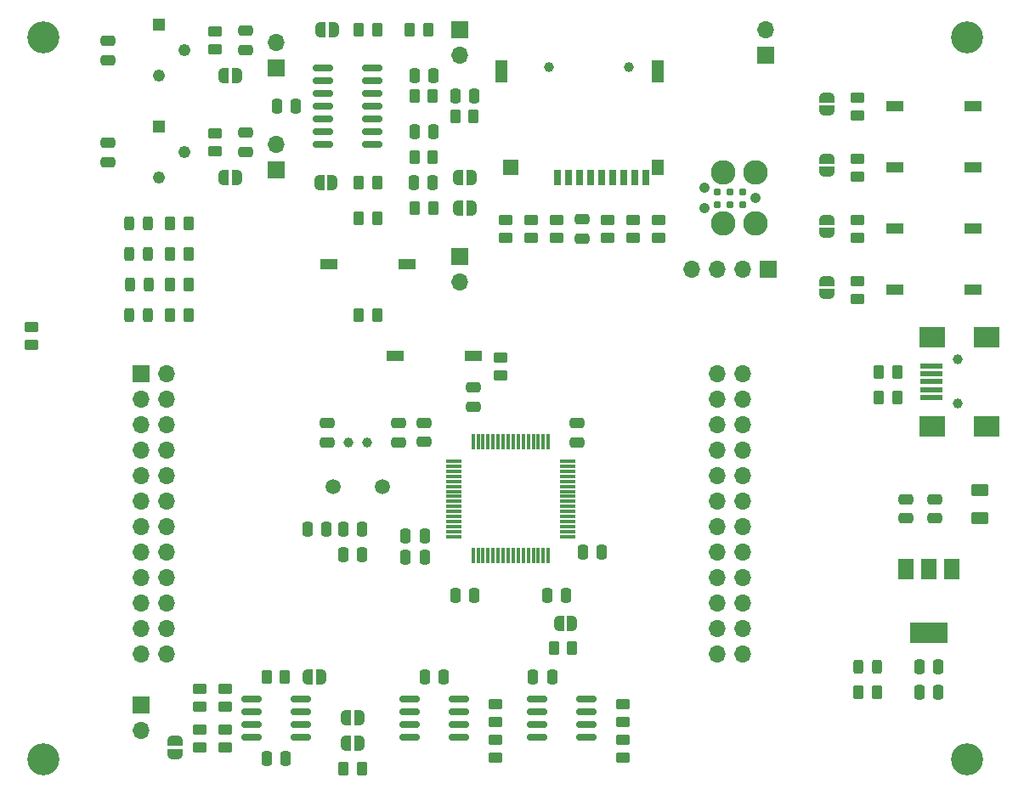
<source format=gbr>
%TF.GenerationSoftware,KiCad,Pcbnew,(6.0.7)*%
%TF.CreationDate,2022-10-04T16:49:08-03:00*%
%TF.ProjectId,Placa_Desenvolvimento_NuttX,506c6163-615f-4446-9573-656e766f6c76,rev?*%
%TF.SameCoordinates,Original*%
%TF.FileFunction,Soldermask,Top*%
%TF.FilePolarity,Negative*%
%FSLAX46Y46*%
G04 Gerber Fmt 4.6, Leading zero omitted, Abs format (unit mm)*
G04 Created by KiCad (PCBNEW (6.0.7)) date 2022-10-04 16:49:08*
%MOMM*%
%LPD*%
G01*
G04 APERTURE LIST*
G04 Aperture macros list*
%AMRoundRect*
0 Rectangle with rounded corners*
0 $1 Rounding radius*
0 $2 $3 $4 $5 $6 $7 $8 $9 X,Y pos of 4 corners*
0 Add a 4 corners polygon primitive as box body*
4,1,4,$2,$3,$4,$5,$6,$7,$8,$9,$2,$3,0*
0 Add four circle primitives for the rounded corners*
1,1,$1+$1,$2,$3*
1,1,$1+$1,$4,$5*
1,1,$1+$1,$6,$7*
1,1,$1+$1,$8,$9*
0 Add four rect primitives between the rounded corners*
20,1,$1+$1,$2,$3,$4,$5,0*
20,1,$1+$1,$4,$5,$6,$7,0*
20,1,$1+$1,$6,$7,$8,$9,0*
20,1,$1+$1,$8,$9,$2,$3,0*%
%AMFreePoly0*
4,1,22,0.500000,-0.750000,0.000000,-0.750000,0.000000,-0.745033,-0.079941,-0.743568,-0.215256,-0.701293,-0.333266,-0.622738,-0.424486,-0.514219,-0.481581,-0.384460,-0.499164,-0.250000,-0.500000,-0.250000,-0.500000,0.250000,-0.499164,0.250000,-0.499963,0.256109,-0.478152,0.396186,-0.417904,0.524511,-0.324060,0.630769,-0.204165,0.706417,-0.067858,0.745374,0.000000,0.744959,0.000000,0.750000,
0.500000,0.750000,0.500000,-0.750000,0.500000,-0.750000,$1*%
%AMFreePoly1*
4,1,20,0.000000,0.744959,0.073905,0.744508,0.209726,0.703889,0.328688,0.626782,0.421226,0.519385,0.479903,0.390333,0.500000,0.250000,0.500000,-0.250000,0.499851,-0.262216,0.476331,-0.402017,0.414519,-0.529596,0.319384,-0.634700,0.198574,-0.708877,0.061801,-0.746166,0.000000,-0.745033,0.000000,-0.750000,-0.500000,-0.750000,-0.500000,0.750000,0.000000,0.750000,0.000000,0.744959,
0.000000,0.744959,$1*%
G04 Aperture macros list end*
%ADD10RoundRect,0.250000X0.475000X-0.250000X0.475000X0.250000X-0.475000X0.250000X-0.475000X-0.250000X0*%
%ADD11RoundRect,0.250000X0.262500X0.450000X-0.262500X0.450000X-0.262500X-0.450000X0.262500X-0.450000X0*%
%ADD12RoundRect,0.250000X-0.450000X0.262500X-0.450000X-0.262500X0.450000X-0.262500X0.450000X0.262500X0*%
%ADD13R,1.750000X1.000000*%
%ADD14RoundRect,0.250000X0.450000X-0.262500X0.450000X0.262500X-0.450000X0.262500X-0.450000X-0.262500X0*%
%ADD15C,3.200000*%
%ADD16RoundRect,0.250000X-0.250000X-0.475000X0.250000X-0.475000X0.250000X0.475000X-0.250000X0.475000X0*%
%ADD17FreePoly0,180.000000*%
%ADD18FreePoly1,180.000000*%
%ADD19RoundRect,0.150000X0.825000X0.150000X-0.825000X0.150000X-0.825000X-0.150000X0.825000X-0.150000X0*%
%ADD20RoundRect,0.250000X0.250000X0.475000X-0.250000X0.475000X-0.250000X-0.475000X0.250000X-0.475000X0*%
%ADD21FreePoly0,90.000000*%
%ADD22FreePoly1,90.000000*%
%ADD23R,1.500000X2.000000*%
%ADD24R,3.800000X2.000000*%
%ADD25R,1.700000X1.700000*%
%ADD26O,1.700000X1.700000*%
%ADD27R,1.222000X1.222000*%
%ADD28C,1.222000*%
%ADD29RoundRect,0.250000X-0.262500X-0.450000X0.262500X-0.450000X0.262500X0.450000X-0.262500X0.450000X0*%
%ADD30C,2.451000*%
%ADD31C,1.067000*%
%ADD32C,0.787000*%
%ADD33RoundRect,0.250000X-0.475000X0.250000X-0.475000X-0.250000X0.475000X-0.250000X0.475000X0.250000X0*%
%ADD34RoundRect,0.243750X-0.243750X-0.456250X0.243750X-0.456250X0.243750X0.456250X-0.243750X0.456250X0*%
%ADD35C,1.500000*%
%ADD36RoundRect,0.150000X-0.825000X-0.150000X0.825000X-0.150000X0.825000X0.150000X-0.825000X0.150000X0*%
%ADD37C,1.000000*%
%ADD38FreePoly0,0.000000*%
%ADD39FreePoly1,0.000000*%
%ADD40R,2.250000X0.500000*%
%ADD41R,2.500000X2.000000*%
%ADD42RoundRect,0.243750X0.243750X0.456250X-0.243750X0.456250X-0.243750X-0.456250X0.243750X-0.456250X0*%
%ADD43RoundRect,0.075000X-0.700000X-0.075000X0.700000X-0.075000X0.700000X0.075000X-0.700000X0.075000X0*%
%ADD44RoundRect,0.075000X-0.075000X-0.700000X0.075000X-0.700000X0.075000X0.700000X-0.075000X0.700000X0*%
%ADD45RoundRect,0.250000X-0.625000X0.375000X-0.625000X-0.375000X0.625000X-0.375000X0.625000X0.375000X0*%
%ADD46R,0.700000X1.600000*%
%ADD47R,1.200000X1.500000*%
%ADD48R,1.200000X2.200000*%
%ADD49R,1.600000X1.500000*%
G04 APERTURE END LIST*
D10*
%TO.C,C4*%
X157480000Y-107630000D03*
X157480000Y-105730000D03*
%TD*%
D11*
%TO.C,R15*%
X118788500Y-94996000D03*
X116963500Y-94996000D03*
%TD*%
D12*
%TO.C,R21*%
X149352000Y-133707500D03*
X149352000Y-135532500D03*
%TD*%
D13*
%TO.C,SW5*%
X196915000Y-80264000D03*
X189165000Y-80264000D03*
%TD*%
D14*
%TO.C,R20*%
X149352000Y-139088500D03*
X149352000Y-137263500D03*
%TD*%
D15*
%TO.C,H3*%
X196332000Y-67240000D03*
%TD*%
D16*
%TO.C,C29*%
X145354000Y-73152000D03*
X147254000Y-73152000D03*
%TD*%
D17*
%TO.C,JP11*%
X135778000Y-137668000D03*
D18*
X134478000Y-137668000D03*
%TD*%
D12*
%TO.C,R9*%
X163068000Y-85447500D03*
X163068000Y-87272500D03*
%TD*%
D17*
%TO.C,JP12*%
X131968000Y-131064000D03*
D18*
X130668000Y-131064000D03*
%TD*%
D11*
%TO.C,R33*%
X136040500Y-140208000D03*
X134215500Y-140208000D03*
%TD*%
D19*
%TO.C,U6*%
X158431000Y-137033000D03*
X158431000Y-135763000D03*
X158431000Y-134493000D03*
X158431000Y-133223000D03*
X153481000Y-133223000D03*
X153481000Y-134493000D03*
X153481000Y-135763000D03*
X153481000Y-137033000D03*
%TD*%
D14*
%TO.C,R19*%
X185420000Y-75080500D03*
X185420000Y-73255500D03*
%TD*%
D20*
%TO.C,C2*%
X147254000Y-122936000D03*
X145354000Y-122936000D03*
%TD*%
D16*
%TO.C,C30*%
X141290000Y-71120000D03*
X143190000Y-71120000D03*
%TD*%
D21*
%TO.C,JP1*%
X182372000Y-92843500D03*
D22*
X182372000Y-91543500D03*
%TD*%
D11*
%TO.C,R11*%
X187348500Y-132588000D03*
X185523500Y-132588000D03*
%TD*%
D12*
%TO.C,R8*%
X160528000Y-85447500D03*
X160528000Y-87272500D03*
%TD*%
D20*
%TO.C,C25*%
X143115000Y-81788000D03*
X141215000Y-81788000D03*
%TD*%
D12*
%TO.C,R32*%
X122428000Y-132183500D03*
X122428000Y-134008500D03*
%TD*%
D20*
%TO.C,C12*%
X142301000Y-116967000D03*
X140401000Y-116967000D03*
%TD*%
D23*
%TO.C,U1*%
X194832000Y-120294000D03*
X192532000Y-120294000D03*
D24*
X192532000Y-126594000D03*
D23*
X190232000Y-120294000D03*
%TD*%
D25*
%TO.C,CN7*%
X127508000Y-70363000D03*
D26*
X127508000Y-67823000D03*
%TD*%
D20*
%TO.C,C15*%
X136078000Y-116332000D03*
X134178000Y-116332000D03*
%TD*%
D12*
%TO.C,R24*%
X121412000Y-76811500D03*
X121412000Y-78636500D03*
%TD*%
D20*
%TO.C,C13*%
X142301000Y-119126000D03*
X140401000Y-119126000D03*
%TD*%
D14*
%TO.C,R17*%
X185420000Y-87272500D03*
X185420000Y-85447500D03*
%TD*%
D26*
%TO.C,CN2*%
X171445000Y-100833000D03*
X173985000Y-100833000D03*
X171445000Y-103373000D03*
X173985000Y-103373000D03*
X171445000Y-105913000D03*
X173985000Y-105913000D03*
X171445000Y-108453000D03*
X173985000Y-108453000D03*
X171445000Y-110993000D03*
X173985000Y-110993000D03*
X171445000Y-113533000D03*
X173985000Y-113533000D03*
X171445000Y-116073000D03*
X173985000Y-116073000D03*
X171445000Y-118613000D03*
X173985000Y-118613000D03*
X171445000Y-121153000D03*
X173985000Y-121153000D03*
X171445000Y-123693000D03*
X173985000Y-123693000D03*
X171445000Y-126233000D03*
X173985000Y-126233000D03*
X171445000Y-128773000D03*
X173985000Y-128773000D03*
%TD*%
D27*
%TO.C,VR1*%
X115824000Y-66040000D03*
D28*
X118364000Y-68580000D03*
X115824000Y-71120000D03*
%TD*%
D14*
%TO.C,R34*%
X119888000Y-134008500D03*
X119888000Y-132183500D03*
%TD*%
D13*
%TO.C,SW4*%
X196915000Y-86360000D03*
X189165000Y-86360000D03*
%TD*%
D20*
%TO.C,C24*%
X155001000Y-131064000D03*
X153101000Y-131064000D03*
%TD*%
D11*
%TO.C,R13*%
X118768500Y-88900000D03*
X116943500Y-88900000D03*
%TD*%
D10*
%TO.C,C6*%
X193101000Y-115192000D03*
X193101000Y-113292000D03*
%TD*%
D16*
%TO.C,C26*%
X141290000Y-76708000D03*
X143190000Y-76708000D03*
%TD*%
D29*
%TO.C,R31*%
X135739500Y-85344000D03*
X137564500Y-85344000D03*
%TD*%
D27*
%TO.C,VR2*%
X115824000Y-76200000D03*
D28*
X118364000Y-78740000D03*
X115824000Y-81280000D03*
%TD*%
D10*
%TO.C,C18*%
X132588000Y-107630000D03*
X132588000Y-105730000D03*
%TD*%
D14*
%TO.C,R25*%
X162052000Y-139088500D03*
X162052000Y-137263500D03*
%TD*%
D17*
%TO.C,JP14*%
X146954000Y-81280000D03*
D18*
X145654000Y-81280000D03*
%TD*%
D15*
%TO.C,H4*%
X196332000Y-139240000D03*
%TD*%
D11*
%TO.C,R3*%
X189380500Y-100650000D03*
X187555500Y-100650000D03*
%TD*%
D30*
%TO.C,CN5*%
X175260000Y-85852000D03*
D31*
X170180000Y-84328000D03*
X175260000Y-83312000D03*
D30*
X175260000Y-80772000D03*
X172085000Y-80772000D03*
X172085000Y-85852000D03*
D31*
X170180000Y-82296000D03*
D32*
X173990000Y-82677000D03*
X173990000Y-83947000D03*
X172720000Y-82677000D03*
X172720000Y-83947000D03*
X171450000Y-82677000D03*
X171450000Y-83947000D03*
%TD*%
D17*
%TO.C,JP10*%
X146954000Y-84328000D03*
D18*
X145654000Y-84328000D03*
%TD*%
D11*
%TO.C,R28*%
X137564500Y-81788000D03*
X135739500Y-81788000D03*
%TD*%
D16*
%TO.C,C9*%
X191582000Y-132588000D03*
X193482000Y-132588000D03*
%TD*%
D12*
%TO.C,R26*%
X162052000Y-133707500D03*
X162052000Y-135532500D03*
%TD*%
D13*
%TO.C,SW2*%
X140527000Y-89916000D03*
X132777000Y-89916000D03*
%TD*%
D12*
%TO.C,R7*%
X152908000Y-85447500D03*
X152908000Y-87272500D03*
%TD*%
D10*
%TO.C,C5*%
X147126000Y-104074000D03*
X147126000Y-102174000D03*
%TD*%
D14*
%TO.C,R41*%
X103124000Y-97940500D03*
X103124000Y-96115500D03*
%TD*%
D25*
%TO.C,CN6*%
X176520000Y-90424000D03*
D26*
X173980000Y-90424000D03*
X171440000Y-90424000D03*
X168900000Y-90424000D03*
%TD*%
D11*
%TO.C,R2*%
X189380500Y-103190000D03*
X187555500Y-103190000D03*
%TD*%
D33*
%TO.C,C16*%
X157988000Y-85410000D03*
X157988000Y-87310000D03*
%TD*%
D12*
%TO.C,R5*%
X165608000Y-85447500D03*
X165608000Y-87272500D03*
%TD*%
D34*
%TO.C,LD3*%
X112933000Y-91948000D03*
X114808000Y-91948000D03*
%TD*%
D16*
%TO.C,C28*%
X126558000Y-139192000D03*
X128458000Y-139192000D03*
%TD*%
D11*
%TO.C,R39*%
X128397000Y-131064000D03*
X126572000Y-131064000D03*
%TD*%
D25*
%TO.C,CN4*%
X114041000Y-100833000D03*
D26*
X116581000Y-100833000D03*
X114041000Y-103373000D03*
X116581000Y-103373000D03*
X114041000Y-105913000D03*
X116581000Y-105913000D03*
X114041000Y-108453000D03*
X116581000Y-108453000D03*
X114041000Y-110993000D03*
X116581000Y-110993000D03*
X114041000Y-113533000D03*
X116581000Y-113533000D03*
X114041000Y-116073000D03*
X116581000Y-116073000D03*
X114041000Y-118613000D03*
X116581000Y-118613000D03*
X114041000Y-121153000D03*
X116581000Y-121153000D03*
X114041000Y-123693000D03*
X116581000Y-123693000D03*
X114041000Y-126233000D03*
X116581000Y-126233000D03*
X114041000Y-128773000D03*
X116581000Y-128773000D03*
%TD*%
D35*
%TO.C,X1*%
X133186000Y-112034000D03*
X138066000Y-112034000D03*
%TD*%
D12*
%TO.C,R6*%
X150368000Y-85447500D03*
X150368000Y-87272500D03*
%TD*%
D11*
%TO.C,R12*%
X118768500Y-85852000D03*
X116943500Y-85852000D03*
%TD*%
%TO.C,R14*%
X118768500Y-91948000D03*
X116943500Y-91948000D03*
%TD*%
D29*
%TO.C,R37*%
X140819500Y-66548000D03*
X142644500Y-66548000D03*
%TD*%
D16*
%TO.C,C11*%
X154498000Y-122936000D03*
X156398000Y-122936000D03*
%TD*%
D36*
%TO.C,U4*%
X140781000Y-133223000D03*
X140781000Y-134493000D03*
X140781000Y-135763000D03*
X140781000Y-137033000D03*
X145731000Y-137033000D03*
X145731000Y-135763000D03*
X145731000Y-134493000D03*
X145731000Y-133223000D03*
%TD*%
D17*
%TO.C,JP6*%
X133238000Y-66548000D03*
D18*
X131938000Y-66548000D03*
%TD*%
D37*
%TO.C,X2*%
X136586000Y-107632000D03*
X134686000Y-107632000D03*
%TD*%
D10*
%TO.C,C1*%
X142240000Y-107609000D03*
X142240000Y-105709000D03*
%TD*%
D25*
%TO.C,CN10*%
X114046000Y-133853000D03*
D26*
X114046000Y-136393000D03*
%TD*%
D25*
%TO.C,CN8*%
X127508000Y-80523000D03*
D26*
X127508000Y-77983000D03*
%TD*%
D20*
%TO.C,C19*%
X144206000Y-131064000D03*
X142306000Y-131064000D03*
%TD*%
D29*
%TO.C,R27*%
X155170500Y-128143000D03*
X156995500Y-128143000D03*
%TD*%
D11*
%TO.C,R30*%
X143115000Y-79248000D03*
X141290000Y-79248000D03*
%TD*%
D21*
%TO.C,JP3*%
X182372000Y-80651500D03*
D22*
X182372000Y-79351500D03*
%TD*%
D10*
%TO.C,C17*%
X139700000Y-107630000D03*
X139700000Y-105730000D03*
%TD*%
D38*
%TO.C,JP5*%
X122286000Y-71120000D03*
D39*
X123586000Y-71120000D03*
%TD*%
D37*
%TO.C,CN1*%
X195430000Y-99400000D03*
X195430000Y-103800000D03*
D40*
X192755000Y-103200000D03*
X192755000Y-102400000D03*
X192755000Y-101600000D03*
X192755000Y-100800000D03*
X192755000Y-100000000D03*
D41*
X198330000Y-97150000D03*
X192880000Y-97150000D03*
X192880000Y-106050000D03*
X198330000Y-106050000D03*
%TD*%
D38*
%TO.C,JP7*%
X122286000Y-81280000D03*
D39*
X123586000Y-81280000D03*
%TD*%
D21*
%TO.C,JP4*%
X182372000Y-74555500D03*
D22*
X182372000Y-73255500D03*
%TD*%
D12*
%TO.C,R22*%
X121412000Y-66651500D03*
X121412000Y-68476500D03*
%TD*%
D15*
%TO.C,H1*%
X104332000Y-139240000D03*
%TD*%
D16*
%TO.C,C8*%
X191582000Y-130048000D03*
X193482000Y-130048000D03*
%TD*%
D34*
%TO.C,LD2*%
X112854500Y-88900000D03*
X114729500Y-88900000D03*
%TD*%
D17*
%TO.C,JP9*%
X156995500Y-125730000D03*
D18*
X155695500Y-125730000D03*
%TD*%
D14*
%TO.C,R4*%
X149860000Y-100988500D03*
X149860000Y-99163500D03*
%TD*%
D13*
%TO.C,SW3*%
X196915000Y-92456000D03*
X189165000Y-92456000D03*
%TD*%
D25*
%TO.C,CN12*%
X176276000Y-69088000D03*
D26*
X176276000Y-66548000D03*
%TD*%
D21*
%TO.C,JP2*%
X182372000Y-86747500D03*
D22*
X182372000Y-85447500D03*
%TD*%
D10*
%TO.C,C22*%
X110744000Y-79690000D03*
X110744000Y-77790000D03*
%TD*%
%TO.C,C21*%
X124460000Y-68514000D03*
X124460000Y-66614000D03*
%TD*%
D36*
%TO.C,U5*%
X132145000Y-70358000D03*
X132145000Y-71628000D03*
X132145000Y-72898000D03*
X132145000Y-74168000D03*
X132145000Y-75438000D03*
X132145000Y-76708000D03*
X132145000Y-77978000D03*
X137095000Y-77978000D03*
X137095000Y-76708000D03*
X137095000Y-75438000D03*
X137095000Y-74168000D03*
X137095000Y-72898000D03*
X137095000Y-71628000D03*
X137095000Y-70358000D03*
%TD*%
D16*
%TO.C,C10*%
X134178000Y-118872000D03*
X136078000Y-118872000D03*
%TD*%
D25*
%TO.C,CN9*%
X145796000Y-89149000D03*
D26*
X145796000Y-91689000D03*
%TD*%
D15*
%TO.C,H2*%
X104332000Y-67240000D03*
%TD*%
D11*
%TO.C,R1*%
X137564500Y-94996000D03*
X135739500Y-94996000D03*
%TD*%
D13*
%TO.C,SW6*%
X196915000Y-74168000D03*
X189165000Y-74168000D03*
%TD*%
D11*
%TO.C,R36*%
X143115000Y-73152000D03*
X141290000Y-73152000D03*
%TD*%
D14*
%TO.C,R16*%
X185420000Y-93368500D03*
X185420000Y-91543500D03*
%TD*%
D11*
%TO.C,R29*%
X143152500Y-84328000D03*
X141327500Y-84328000D03*
%TD*%
D25*
%TO.C,CN11*%
X145796000Y-66548000D03*
D26*
X145796000Y-69088000D03*
%TD*%
D20*
%TO.C,C14*%
X132522000Y-116332000D03*
X130622000Y-116332000D03*
%TD*%
D42*
%TO.C,LD5*%
X187398500Y-130048000D03*
X185523500Y-130048000D03*
%TD*%
D17*
%TO.C,JP8*%
X133096000Y-81788000D03*
D18*
X131796000Y-81788000D03*
%TD*%
D14*
%TO.C,R18*%
X185420000Y-81176500D03*
X185420000Y-79351500D03*
%TD*%
D11*
%TO.C,R35*%
X147179000Y-75184000D03*
X145354000Y-75184000D03*
%TD*%
D12*
%TO.C,R38*%
X119888000Y-136247500D03*
X119888000Y-138072500D03*
%TD*%
D43*
%TO.C,U3*%
X145201000Y-109534000D03*
X145201000Y-110034000D03*
X145201000Y-110534000D03*
X145201000Y-111034000D03*
X145201000Y-111534000D03*
X145201000Y-112034000D03*
X145201000Y-112534000D03*
X145201000Y-113034000D03*
X145201000Y-113534000D03*
X145201000Y-114034000D03*
X145201000Y-114534000D03*
X145201000Y-115034000D03*
X145201000Y-115534000D03*
X145201000Y-116034000D03*
X145201000Y-116534000D03*
X145201000Y-117034000D03*
D44*
X147126000Y-118959000D03*
X147626000Y-118959000D03*
X148126000Y-118959000D03*
X148626000Y-118959000D03*
X149126000Y-118959000D03*
X149626000Y-118959000D03*
X150126000Y-118959000D03*
X150626000Y-118959000D03*
X151126000Y-118959000D03*
X151626000Y-118959000D03*
X152126000Y-118959000D03*
X152626000Y-118959000D03*
X153126000Y-118959000D03*
X153626000Y-118959000D03*
X154126000Y-118959000D03*
X154626000Y-118959000D03*
D43*
X156551000Y-117034000D03*
X156551000Y-116534000D03*
X156551000Y-116034000D03*
X156551000Y-115534000D03*
X156551000Y-115034000D03*
X156551000Y-114534000D03*
X156551000Y-114034000D03*
X156551000Y-113534000D03*
X156551000Y-113034000D03*
X156551000Y-112534000D03*
X156551000Y-112034000D03*
X156551000Y-111534000D03*
X156551000Y-111034000D03*
X156551000Y-110534000D03*
X156551000Y-110034000D03*
X156551000Y-109534000D03*
D44*
X154626000Y-107609000D03*
X154126000Y-107609000D03*
X153626000Y-107609000D03*
X153126000Y-107609000D03*
X152626000Y-107609000D03*
X152126000Y-107609000D03*
X151626000Y-107609000D03*
X151126000Y-107609000D03*
X150626000Y-107609000D03*
X150126000Y-107609000D03*
X149626000Y-107609000D03*
X149126000Y-107609000D03*
X148626000Y-107609000D03*
X148126000Y-107609000D03*
X147626000Y-107609000D03*
X147126000Y-107609000D03*
%TD*%
D16*
%TO.C,C3*%
X158054000Y-118618000D03*
X159954000Y-118618000D03*
%TD*%
D17*
%TO.C,JP15*%
X135778000Y-135128000D03*
D18*
X134478000Y-135128000D03*
%TD*%
D34*
%TO.C,LD4*%
X112854500Y-94996000D03*
X114729500Y-94996000D03*
%TD*%
D10*
%TO.C,C20*%
X110744000Y-69530000D03*
X110744000Y-67630000D03*
%TD*%
D12*
%TO.C,R10*%
X155448000Y-85447500D03*
X155448000Y-87272500D03*
%TD*%
D20*
%TO.C,C27*%
X129474000Y-74168000D03*
X127574000Y-74168000D03*
%TD*%
D10*
%TO.C,C7*%
X190232000Y-115192000D03*
X190232000Y-113292000D03*
%TD*%
D19*
%TO.C,U7*%
X129983000Y-137033000D03*
X129983000Y-135763000D03*
X129983000Y-134493000D03*
X129983000Y-133223000D03*
X125033000Y-133223000D03*
X125033000Y-134493000D03*
X125033000Y-135763000D03*
X125033000Y-137033000D03*
%TD*%
D45*
%TO.C,F1*%
X197612000Y-112392000D03*
X197612000Y-115192000D03*
%TD*%
D37*
%TO.C,CN3*%
X154688000Y-70260000D03*
X162688000Y-70260000D03*
D46*
X155538000Y-81260000D03*
X156638000Y-81260000D03*
X157738000Y-81260000D03*
X158838000Y-81260000D03*
X159938000Y-81260000D03*
X161038000Y-81260000D03*
X162138000Y-81260000D03*
X163238000Y-81260000D03*
D47*
X165538000Y-80260000D03*
D48*
X165538000Y-70660000D03*
X149988000Y-70660000D03*
D49*
X150888000Y-80260000D03*
D46*
X164338000Y-81260000D03*
%TD*%
D13*
%TO.C,SW1*%
X147131000Y-99060000D03*
X139381000Y-99060000D03*
%TD*%
D34*
%TO.C,LD1*%
X112854500Y-85852000D03*
X114729500Y-85852000D03*
%TD*%
D12*
%TO.C,R40*%
X122428000Y-136247500D03*
X122428000Y-138072500D03*
%TD*%
D10*
%TO.C,C23*%
X124460000Y-78674000D03*
X124460000Y-76774000D03*
%TD*%
D11*
%TO.C,R23*%
X137564500Y-66548000D03*
X135739500Y-66548000D03*
%TD*%
D21*
%TO.C,JP13*%
X117475000Y-138699000D03*
D22*
X117475000Y-137399000D03*
%TD*%
M02*

</source>
